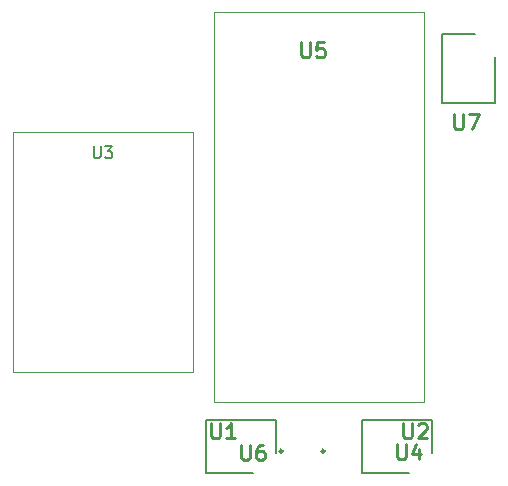
<source format=gbr>
%TF.GenerationSoftware,KiCad,Pcbnew,(6.0.11)*%
%TF.CreationDate,2023-11-20T18:36:57+00:00*%
%TF.ProjectId,reaction_wheel,72656163-7469-46f6-9e5f-776865656c2e,rev?*%
%TF.SameCoordinates,Original*%
%TF.FileFunction,Legend,Top*%
%TF.FilePolarity,Positive*%
%FSLAX46Y46*%
G04 Gerber Fmt 4.6, Leading zero omitted, Abs format (unit mm)*
G04 Created by KiCad (PCBNEW (6.0.11)) date 2023-11-20 18:36:57*
%MOMM*%
%LPD*%
G01*
G04 APERTURE LIST*
%ADD10C,0.254000*%
%ADD11C,0.150000*%
%ADD12C,0.200000*%
%ADD13C,0.120000*%
%ADD14C,0.100000*%
%ADD15C,0.250000*%
G04 APERTURE END LIST*
D10*
%TO.C,U6*%
X120428380Y-103994523D02*
X120428380Y-105022619D01*
X120488857Y-105143571D01*
X120549333Y-105204047D01*
X120670285Y-105264523D01*
X120912190Y-105264523D01*
X121033142Y-105204047D01*
X121093619Y-105143571D01*
X121154095Y-105022619D01*
X121154095Y-103994523D01*
X122303142Y-103994523D02*
X122061238Y-103994523D01*
X121940285Y-104055000D01*
X121879809Y-104115476D01*
X121758857Y-104296904D01*
X121698380Y-104538809D01*
X121698380Y-105022619D01*
X121758857Y-105143571D01*
X121819333Y-105204047D01*
X121940285Y-105264523D01*
X122182190Y-105264523D01*
X122303142Y-105204047D01*
X122363619Y-105143571D01*
X122424095Y-105022619D01*
X122424095Y-104720238D01*
X122363619Y-104599285D01*
X122303142Y-104538809D01*
X122182190Y-104478333D01*
X121940285Y-104478333D01*
X121819333Y-104538809D01*
X121758857Y-104599285D01*
X121698380Y-104720238D01*
D11*
%TO.C,U3*%
X107950095Y-78724380D02*
X107950095Y-79533904D01*
X107997714Y-79629142D01*
X108045333Y-79676761D01*
X108140571Y-79724380D01*
X108331047Y-79724380D01*
X108426285Y-79676761D01*
X108473904Y-79629142D01*
X108521523Y-79533904D01*
X108521523Y-78724380D01*
X108902476Y-78724380D02*
X109521523Y-78724380D01*
X109188190Y-79105333D01*
X109331047Y-79105333D01*
X109426285Y-79152952D01*
X109473904Y-79200571D01*
X109521523Y-79295809D01*
X109521523Y-79533904D01*
X109473904Y-79629142D01*
X109426285Y-79676761D01*
X109331047Y-79724380D01*
X109045333Y-79724380D01*
X108950095Y-79676761D01*
X108902476Y-79629142D01*
D10*
%TO.C,U7*%
X138478380Y-76012523D02*
X138478380Y-77040619D01*
X138538857Y-77161571D01*
X138599333Y-77222047D01*
X138720285Y-77282523D01*
X138962190Y-77282523D01*
X139083142Y-77222047D01*
X139143619Y-77161571D01*
X139204095Y-77040619D01*
X139204095Y-76012523D01*
X139687904Y-76012523D02*
X140534571Y-76012523D01*
X139990285Y-77282523D01*
%TO.C,U4*%
X133636380Y-103952523D02*
X133636380Y-104980619D01*
X133696857Y-105101571D01*
X133757333Y-105162047D01*
X133878285Y-105222523D01*
X134120190Y-105222523D01*
X134241142Y-105162047D01*
X134301619Y-105101571D01*
X134362095Y-104980619D01*
X134362095Y-103952523D01*
X135511142Y-104375857D02*
X135511142Y-105222523D01*
X135208761Y-103892047D02*
X134906380Y-104799190D01*
X135692571Y-104799190D01*
%TO.C,U5*%
X125524380Y-69916523D02*
X125524380Y-70944619D01*
X125584857Y-71065571D01*
X125645333Y-71126047D01*
X125766285Y-71186523D01*
X126008190Y-71186523D01*
X126129142Y-71126047D01*
X126189619Y-71065571D01*
X126250095Y-70944619D01*
X126250095Y-69916523D01*
X127459619Y-69916523D02*
X126854857Y-69916523D01*
X126794380Y-70521285D01*
X126854857Y-70460809D01*
X126975809Y-70400333D01*
X127278190Y-70400333D01*
X127399142Y-70460809D01*
X127459619Y-70521285D01*
X127520095Y-70642238D01*
X127520095Y-70944619D01*
X127459619Y-71065571D01*
X127399142Y-71126047D01*
X127278190Y-71186523D01*
X126975809Y-71186523D01*
X126854857Y-71126047D01*
X126794380Y-71065571D01*
%TO.C,U2*%
X134160380Y-102174523D02*
X134160380Y-103202619D01*
X134220857Y-103323571D01*
X134281333Y-103384047D01*
X134402285Y-103444523D01*
X134644190Y-103444523D01*
X134765142Y-103384047D01*
X134825619Y-103323571D01*
X134886095Y-103202619D01*
X134886095Y-102174523D01*
X135430380Y-102295476D02*
X135490857Y-102235000D01*
X135611809Y-102174523D01*
X135914190Y-102174523D01*
X136035142Y-102235000D01*
X136095619Y-102295476D01*
X136156095Y-102416428D01*
X136156095Y-102537380D01*
X136095619Y-102718809D01*
X135369904Y-103444523D01*
X136156095Y-103444523D01*
%TO.C,U1*%
X117904380Y-102174523D02*
X117904380Y-103202619D01*
X117964857Y-103323571D01*
X118025333Y-103384047D01*
X118146285Y-103444523D01*
X118388190Y-103444523D01*
X118509142Y-103384047D01*
X118569619Y-103323571D01*
X118630095Y-103202619D01*
X118630095Y-102174523D01*
X119900095Y-103444523D02*
X119174380Y-103444523D01*
X119537238Y-103444523D02*
X119537238Y-102174523D01*
X119416285Y-102355952D01*
X119295333Y-102476904D01*
X119174380Y-102537380D01*
D12*
%TO.C,U6*%
X117446000Y-106390000D02*
X117446000Y-101890000D01*
X117446000Y-101890000D02*
X123346000Y-101890000D01*
X121396000Y-106390000D02*
X117446000Y-106390000D01*
X123346000Y-101890000D02*
X123346000Y-104690000D01*
D13*
%TO.C,U3*%
X116332000Y-97790000D02*
X101092000Y-97790000D01*
X101092000Y-97790000D02*
X101092000Y-77470000D01*
X116332000Y-77470000D02*
X116332000Y-97790000D01*
X101092000Y-77470000D02*
X116332000Y-77470000D01*
D12*
%TO.C,U7*%
X141908000Y-75070000D02*
X137408000Y-75070000D01*
X137408000Y-75070000D02*
X137408000Y-69170000D01*
X137408000Y-69170000D02*
X140208000Y-69170000D01*
X141908000Y-71120000D02*
X141908000Y-75070000D01*
%TO.C,U4*%
X130654000Y-106348000D02*
X130654000Y-101848000D01*
X136554000Y-101848000D02*
X136554000Y-104648000D01*
X130654000Y-101848000D02*
X136554000Y-101848000D01*
X134604000Y-106348000D02*
X130654000Y-106348000D01*
D14*
%TO.C,U5*%
X118110000Y-67310000D02*
X135890000Y-67310000D01*
X135890000Y-67310000D02*
X135890000Y-100330000D01*
X135890000Y-100330000D02*
X118110000Y-100330000D01*
X118110000Y-100330000D02*
X118110000Y-67310000D01*
D15*
%TO.C,U2*%
X127503000Y-104524000D02*
G75*
G03*
X127503000Y-104524000I-125000J0D01*
G01*
%TO.C,U1*%
X123947000Y-104524000D02*
G75*
G03*
X123947000Y-104524000I-125000J0D01*
G01*
%TD*%
M02*

</source>
